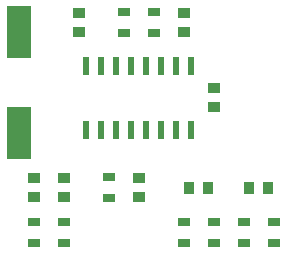
<source format=gtp>
G04 #@! TF.GenerationSoftware,KiCad,Pcbnew,(2018-02-15 revision 29b28de31)-makepkg*
G04 #@! TF.CreationDate,2018-12-22T18:26:03+03:00*
G04 #@! TF.ProjectId,CS5490_Breakout,4353353439305F427265616B6F75742E,rev?*
G04 #@! TF.SameCoordinates,Original*
G04 #@! TF.FileFunction,Paste,Top*
G04 #@! TF.FilePolarity,Positive*
%FSLAX46Y46*%
G04 Gerber Fmt 4.6, Leading zero omitted, Abs format (unit mm)*
G04 Created by KiCad (PCBNEW (2018-02-15 revision 29b28de31)-makepkg) date 12/22/18 18:26:03*
%MOMM*%
%LPD*%
G01*
G04 APERTURE LIST*
%ADD10R,1.000000X0.670000*%
%ADD11R,0.820000X1.000000*%
%ADD12R,1.000000X0.820000*%
%ADD13R,2.000000X4.500000*%
%ADD14R,0.600000X1.500000*%
G04 APERTURE END LIST*
D10*
X152400000Y-100725000D03*
X152400000Y-102475000D03*
D11*
X157010000Y-115570000D03*
X155410000Y-115570000D03*
X160490000Y-115570000D03*
X162090000Y-115570000D03*
D12*
X142240000Y-114770000D03*
X142240000Y-116370000D03*
X144780000Y-114770000D03*
X144780000Y-116370000D03*
X151130000Y-114770000D03*
X151130000Y-116370000D03*
X154940000Y-102400000D03*
X154940000Y-100800000D03*
X146050000Y-100800000D03*
X146050000Y-102400000D03*
X157480000Y-107150000D03*
X157480000Y-108750000D03*
D10*
X148590000Y-116445000D03*
X148590000Y-114695000D03*
X149860000Y-100725000D03*
X149860000Y-102475000D03*
X157480000Y-120255000D03*
X157480000Y-118505000D03*
X160020000Y-120255000D03*
X160020000Y-118505000D03*
X162560000Y-120255000D03*
X162560000Y-118505000D03*
X154940000Y-118505000D03*
X154940000Y-120255000D03*
X144780000Y-120255000D03*
X144780000Y-118505000D03*
X142240000Y-118505000D03*
X142240000Y-120255000D03*
D13*
X140970000Y-102430000D03*
X140970000Y-110930000D03*
D14*
X146685000Y-110650000D03*
X147955000Y-110650000D03*
X149225000Y-110650000D03*
X150495000Y-110650000D03*
X151765000Y-110650000D03*
X153035000Y-110650000D03*
X154305000Y-110650000D03*
X155575000Y-110650000D03*
X155575000Y-105250000D03*
X154305000Y-105250000D03*
X153035000Y-105250000D03*
X151765000Y-105250000D03*
X150495000Y-105250000D03*
X149225000Y-105250000D03*
X147955000Y-105250000D03*
X146685000Y-105250000D03*
M02*

</source>
